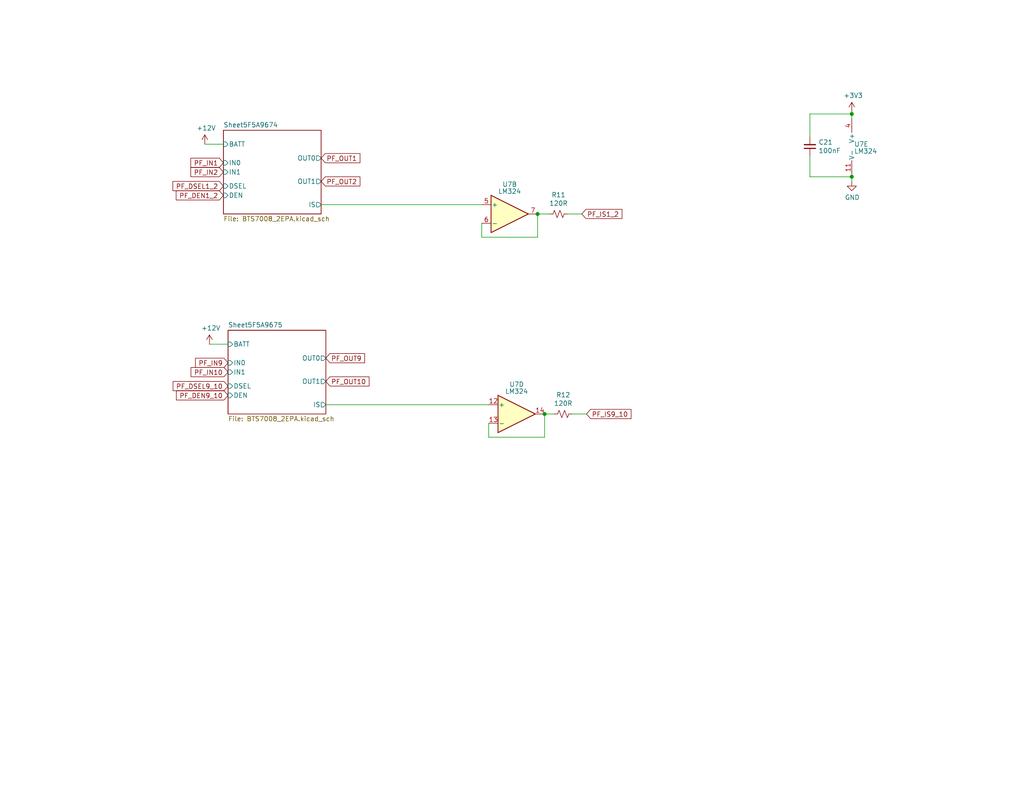
<source format=kicad_sch>
(kicad_sch (version 20250114) (generator "eeschema") (generator_version "9.0")
  (paper "USLetter")
  (title_block (title "dingoPDM") (date "2025-06-16") (rev "v7.5") (comment 3 "github.com/corygrant") (comment 4 "Cory Grant"))
  (lib_symbols
    (symbol "Amplifier_Operational:LM324" (pin_names (offset 0.127))
      (property "Reference" "U" (at 0 5.08 0))
      (property "Value" "LM324" (at 0 -5.08 0))
      (symbol "LM324_1_1"
        (polyline (pts (xy -5.08 5.08) (xy 5.08 0) (xy -5.08 -5.08) (xy -5.08 5.08)) (stroke (width 0.254)) (fill (type background)))
        (pin input line (at -7.62 2.54 0) (length 2.54) (name "+") (number "3"))
        (pin input line (at -7.62 -2.54 0) (length 2.54) (name "-") (number "2"))
        (pin output line (at 7.62 0 180) (length 2.54) (name "~") (number "1"))
      )
      (symbol "LM324_2_1"
        (polyline (pts (xy -5.08 5.08) (xy 5.08 0) (xy -5.08 -5.08) (xy -5.08 5.08)) (stroke (width 0.254)) (fill (type background)))
        (pin input line (at -7.62 2.54 0) (length 2.54) (name "+") (number "5"))
        (pin input line (at -7.62 -2.54 0) (length 2.54) (name "-") (number "6"))
        (pin output line (at 7.62 0 180) (length 2.54) (name "~") (number "7"))
      )
      (symbol "LM324_3_1"
        (polyline (pts (xy -5.08 5.08) (xy 5.08 0) (xy -5.08 -5.08) (xy -5.08 5.08)) (stroke (width 0.254)) (fill (type background)))
        (pin input line (at -7.62 2.54 0) (length 2.54) (name "+") (number "10"))
        (pin input line (at -7.62 -2.54 0) (length 2.54) (name "-") (number "9"))
        (pin output line (at 7.62 0 180) (length 2.54) (name "~") (number "8"))
      )
      (symbol "LM324_4_1"
        (polyline (pts (xy -5.08 5.08) (xy 5.08 0) (xy -5.08 -5.08) (xy -5.08 5.08)) (stroke (width 0.254)) (fill (type background)))
        (pin input line (at -7.62 2.54 0) (length 2.54) (name "+") (number "12"))
        (pin input line (at -7.62 -2.54 0) (length 2.54) (name "-") (number "13"))
        (pin output line (at 7.62 0 180) (length 2.54) (name "~") (number "14"))
      )
      (symbol "LM324_5_1"
        (pin power_in line (at -2.54 7.62 270) (length 3.81) (name "V+") (number "4"))
        (pin power_in line (at -2.54 -7.62 90) (length 3.81) (name "V-") (number "11"))
      )
    )
    (symbol "Device:C_Small" (pin_numbers (hide yes)) (pin_names (offset 0.254) (hide yes))
      (property "Reference" "C" (at 0.254 1.778 0))
      (property "Value" "C_Small" (at 0.254 -2.032 0))
      (symbol "C_Small_0_1"
        (polyline (pts (xy -1.524 0.508) (xy 1.524 0.508)) (stroke (width 0.3048)))
        (polyline (pts (xy -1.524 -0.508) (xy 1.524 -0.508)) (stroke (width 0.3302)))
      )
      (symbol "C_Small_1_1"
        (pin passive line (at 0 2.54 270) (length 2.032) (name "~") (number "1"))
        (pin passive line (at 0 -2.54 90) (length 2.032) (name "~") (number "2"))
      )
    )
    (symbol "Device:R_Small_US" (pin_numbers (hide yes)) (pin_names (offset 0.254) (hide yes))
      (property "Reference" "R" (at 0.762 0.508 0))
      (property "Value" "R_Small_US" (at 0.762 -1.016 0))
      (symbol "R_Small_US_1_1"
        (polyline (pts (xy 0 1.524) (xy 1.016 1.143) (xy 0 0.762) (xy -1.016 0.381) (xy 0 0)))
        (polyline (pts (xy 0 0) (xy 1.016 -0.381) (xy 0 -0.762) (xy -1.016 -1.143) (xy 0 -1.524)))
        (pin passive line (at 0 2.54 270) (length 1.016) (name "~") (number "1"))
        (pin passive line (at 0 -2.54 90) (length 1.016) (name "~") (number "2"))
      )
    )
    (symbol "power:+12V" (power) (pin_names (offset 0))
      (property "Value" "+12V" (at 0 3.556 0))
      (symbol "+12V_0_1"
        (polyline (pts (xy -0.762 1.27) (xy 0 2.54)))
        (polyline (pts (xy 0 2.54) (xy 0.762 1.27)))
        (polyline (pts (xy 0 0) (xy 0 2.54)))
      )
      (symbol "+12V_1_1"
        (pin power_in line (at 0 0 90) (length 0) (hide yes) (name "+12V") (number "1"))
      )
    )
    (symbol "power:+3V3" (power) (pin_names (offset 0))
      (property "Value" "+3V3" (at 0 3.556 0))
      (symbol "+3V3_0_1"
        (polyline (pts (xy -0.762 1.27) (xy 0 2.54)))
        (polyline (pts (xy 0 2.54) (xy 0.762 1.27)))
        (polyline (pts (xy 0 0) (xy 0 2.54)))
      )
      (symbol "+3V3_1_1"
        (pin power_in line (at 0 0 90) (length 0) (hide yes) (name "+3V3") (number "1"))
      )
    )
    (symbol "power:GND" (power) (pin_names (offset 0))
      (property "Value" "GND" (at 0 -3.81 0))
      (symbol "GND_0_1"
        (polyline (pts (xy 0 0) (xy 0 -1.27) (xy 1.27 -1.27) (xy 0 -2.54) (xy -1.27 -1.27) (xy 0 -1.27)))
      )
      (symbol "GND_1_1"
        (pin power_in line (at 0 0 270) (length 0) (hide yes) (name "GND") (number "1"))
      )
    )
  )
  (junction (at 148.59 113.03))
  (junction (at 232.41 48.26))
  (junction (at 232.41 31.115))
  (junction (at 146.685 58.42))
  (wire (pts (xy 131.445 64.77) (xy 146.685 64.77)))
  (wire (pts (xy 148.59 113.03) (xy 151.13 113.03)))
  (wire (pts (xy 232.41 30.48) (xy 232.41 31.115)))
  (wire (pts (xy 146.685 64.77) (xy 146.685 58.42)))
  (wire (pts (xy 156.21 113.03) (xy 160.02 113.03)))
  (wire (pts (xy 87.63 55.88) (xy 131.445 55.88)))
  (wire (pts (xy 57.15 93.98) (xy 62.23 93.98)))
  (wire (pts (xy 220.98 42.545) (xy 220.98 48.26)))
  (wire (pts (xy 131.445 60.96) (xy 131.445 64.77)))
  (wire (pts (xy 232.41 48.26) (xy 232.41 49.53)))
  (wire (pts (xy 220.98 48.26) (xy 232.41 48.26)))
  (wire (pts (xy 232.41 31.115) (xy 232.41 32.385)))
  (wire (pts (xy 55.88 39.37) (xy 60.96 39.37)))
  (wire (pts (xy 232.41 47.625) (xy 232.41 48.26)))
  (wire (pts (xy 146.685 58.42) (xy 149.86 58.42)))
  (wire (pts (xy 133.35 115.57) (xy 133.35 119.38)))
  (wire (pts (xy 220.98 31.115) (xy 220.98 37.465)))
  (wire (pts (xy 148.59 113.03) (xy 148.59 119.38)))
  (wire (pts (xy 220.98 31.115) (xy 232.41 31.115)))
  (wire (pts (xy 88.9 110.49) (xy 133.35 110.49)))
  (wire (pts (xy 154.94 58.42) (xy 158.75 58.42)))
  (wire (pts (xy 133.35 119.38) (xy 148.59 119.38)))
  (global_label "PF_IN9" (shape input) (at 62.23 99.06 180) (property "Intersheetrefs" "${INTERSHEET_REFS}" (effects (hide yes))))
  (global_label "PF_OUT10" (shape input) (at 88.9 104.14 0) (property "Intersheetrefs" "${INTERSHEET_REFS}" (effects (hide yes))))
  (global_label "PF_OUT9" (shape input) (at 88.9 97.79 0) (property "Intersheetrefs" "${INTERSHEET_REFS}" (effects (hide yes))))
  (global_label "PF_OUT1" (shape input) (at 87.63 43.18 0) (property "Intersheetrefs" "${INTERSHEET_REFS}" (effects (hide yes))))
  (global_label "PF_IS9_10" (shape input) (at 160.02 113.03 0) (property "Intersheetrefs" "${INTERSHEET_REFS}" (effects (hide yes))))
  (global_label "PF_DEN1_2" (shape input) (at 60.96 53.34 180) (property "Intersheetrefs" "${INTERSHEET_REFS}" (effects (hide yes))))
  (global_label "PF_IS1_2" (shape input) (at 158.75 58.42 0) (property "Intersheetrefs" "${INTERSHEET_REFS}" (effects (hide yes))))
  (global_label "PF_IN2" (shape input) (at 60.96 46.99 180) (property "Intersheetrefs" "${INTERSHEET_REFS}" (effects (hide yes))))
  (global_label "PF_DSEL1_2" (shape input) (at 60.96 50.8 180) (property "Intersheetrefs" "${INTERSHEET_REFS}" (effects (hide yes))))
  (global_label "PF_DEN9_10" (shape input) (at 62.23 107.95 180) (property "Intersheetrefs" "${INTERSHEET_REFS}" (effects (hide yes))))
  (global_label "PF_IN10" (shape input) (at 62.23 101.6 180) (property "Intersheetrefs" "${INTERSHEET_REFS}" (effects (hide yes))))
  (global_label "PF_DSEL9_10" (shape input) (at 62.23 105.41 180) (property "Intersheetrefs" "${INTERSHEET_REFS}" (effects (hide yes))))
  (global_label "PF_OUT2" (shape input) (at 87.63 49.53 0) (property "Intersheetrefs" "${INTERSHEET_REFS}" (effects (hide yes))))
  (global_label "PF_IN1" (shape input) (at 60.96 44.45 180) (property "Intersheetrefs" "${INTERSHEET_REFS}" (effects (hide yes))))
  (symbol (lib_id "power:+3V3") (at 232.41 30.48 0) (unit 1)
    (property "Reference" "#PWR053" (effects (hide yes)))
    (property "Value" "+3V3" (at 232.791 26.0858 0))
  )
  (symbol (lib_id "power:+12V") (at 57.15 93.98 0) (unit 1)
    (property "Reference" "#PWR058" (effects (hide yes)))
    (property "Value" "+12V" (at 57.531 89.5858 0))
  )
  (symbol (lib_id "Device:R_Small_US") (at 152.4 58.42 270) (unit 1)
    (property "Reference" "R11" (at 152.4 53.213 90))
    (property "Value" "120R" (at 152.4 55.5244 90))
    (property "Footprint" "Resistor_SMD:R_0805_2012Metric" (effects (hide yes)))
    (property "Digi-Key_PN" "311-120CRCT-ND" (effects (hide yes)))
    (property "LCSC" "C229076" (effects (hide yes)))
  )
  (symbol (lib_id "Device:R_Small_US") (at 153.67 113.03 270) (unit 1)
    (property "Reference" "R12" (at 153.67 107.823 90))
    (property "Value" "120R" (at 153.67 110.1344 90))
    (property "Footprint" "Resistor_SMD:R_0805_2012Metric" (effects (hide yes)))
    (property "Digi-Key_PN" "311-120CRCT-ND" (effects (hide yes)))
    (property "LCSC" "C229076" (effects (hide yes)))
  )
  (symbol (lib_id "Amplifier_Operational:LM324") (at 139.065 58.42 0) (unit 2)
    (property "Reference" "U7" (at 139.065 50.3301 0))
    (property "Value" "LM324" (at 139.065 52.2511 0))
    (property "Footprint" "Package_SO:TSSOP-14_4.4x5mm_P0.65mm" (effects (hide yes)))
    (property "Digi-Key_PN" "497-7330-1-ND" (effects (hide yes)))
    (property "LCSC" "C7942" (effects (hide yes)))
  )
  (symbol (lib_id "power:GND") (at 232.41 49.53 0) (unit 1)
    (property "Reference" "#PWR054" (effects (hide yes)))
    (property "Value" "GND" (at 232.537 53.9242 0))
  )
  (symbol (lib_id "power:+12V") (at 55.88 39.37 0) (unit 1)
    (property "Reference" "#PWR051" (effects (hide yes)))
    (property "Value" "+12V" (at 56.261 34.9758 0))
  )
  (symbol (lib_id "Amplifier_Operational:LM324") (at 140.97 113.03 0) (unit 4)
    (property "Reference" "U7" (at 140.97 104.9401 0))
    (property "Value" "LM324" (at 140.97 106.8611 0))
    (property "Footprint" "Package_SO:TSSOP-14_4.4x5mm_P0.65mm" (effects (hide yes)))
    (property "Digi-Key_PN" "497-7330-1-ND" (effects (hide yes)))
    (property "LCSC" "C7942" (effects (hide yes)))
  )
  (symbol (lib_id "Amplifier_Operational:LM324") (at 234.95 40.005 0) (unit 5)
    (property "Reference" "U7" (at 233.045 39.3613 0) (effects (justify left)))
    (property "Value" "LM324" (at 233.045 41.2823 0) (effects (justify left)))
    (property "Footprint" "Package_SO:TSSOP-14_4.4x5mm_P0.65mm" (effects (hide yes)))
    (property "Digi-Key_PN" "497-7330-1-ND" (effects (hide yes)))
    (property "LCSC" "C7942" (effects (hide yes)))
  )
  (symbol (lib_id "Device:C_Small") (at 220.98 40.005 180) (unit 1)
    (property "Reference" "C21" (at 223.3168 38.8366 0) (effects (justify right)))
    (property "Value" "100nF" (at 223.3168 41.148 0) (effects (justify right)))
    (property "Footprint" "Capacitor_SMD:C_0805_2012Metric" (effects (hide yes)))
    (property "Digi-Key_PN" "478-1395-1-ND" (effects (hide yes)))
    (property "LCSC" "C49678" (effects (hide yes)))
  )
  (sheet (at 60.96 35.56) (size 26.67 22.86)
    (property "Sheetname" "Sheet5F5A9674" (at 60.96 34.8484 0) (effects (justify left bottom)))
    (property "Sheetfile" "BTS7008_2EPA.kicad_sch" (at 60.96 59.0046 0) (effects (justify left top)))
    (pin "BATT" input (at 60.96 39.37 180))
    (pin "IN0" input (at 60.96 44.45 180))
    (pin "DEN" input (at 60.96 53.34 180))
    (pin "OUT0" output (at 87.63 43.18 0))
    (pin "IS" output (at 87.63 55.88 0))
    (pin "IN1" input (at 60.96 46.99 180))
    (pin "DSEL" input (at 60.96 50.8 180))
    (pin "OUT1" output (at 87.63 49.53 0))
  )
  (sheet (at 62.23 90.17) (size 26.67 22.86)
    (property "Sheetname" "Sheet5F5A9675" (at 62.23 89.4584 0) (effects (justify left bottom)))
    (property "Sheetfile" "BTS7008_2EPA.kicad_sch" (at 62.23 113.6146 0) (effects (justify left top)))
    (pin "BATT" input (at 62.23 93.98 180))
    (pin "IN0" input (at 62.23 99.06 180))
    (pin "DEN" input (at 62.23 107.95 180))
    (pin "OUT0" output (at 88.9 97.79 0))
    (pin "IS" output (at 88.9 110.49 0))
    (pin "IN1" input (at 62.23 101.6 180))
    (pin "DSEL" input (at 62.23 105.41 180))
    (pin "OUT1" output (at 88.9 104.14 0))
  )
)
</source>
